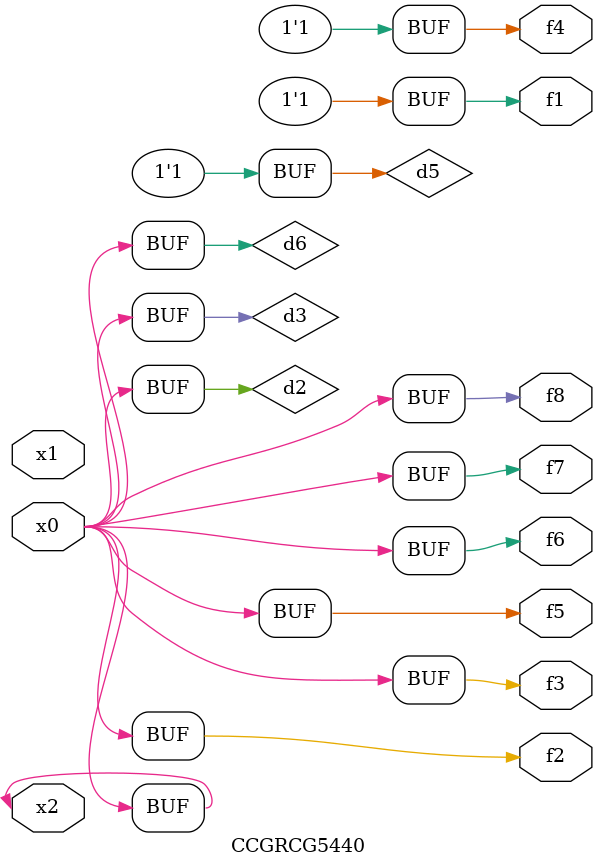
<source format=v>
module CCGRCG5440(
	input x0, x1, x2,
	output f1, f2, f3, f4, f5, f6, f7, f8
);

	wire d1, d2, d3, d4, d5, d6;

	xnor (d1, x2);
	buf (d2, x0, x2);
	and (d3, x0);
	xnor (d4, x1, x2);
	nand (d5, d1, d3);
	buf (d6, d2, d3);
	assign f1 = d5;
	assign f2 = d6;
	assign f3 = d6;
	assign f4 = d5;
	assign f5 = d6;
	assign f6 = d6;
	assign f7 = d6;
	assign f8 = d6;
endmodule

</source>
